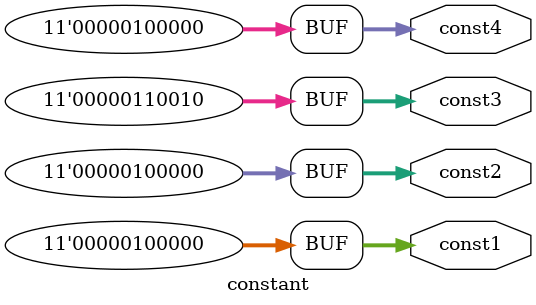
<source format=sv>

module	constant	(	 
			  
				   output	logic	[10:0] const1,
					output	logic	[10:0] const2,
					output	logic	[10:0] const3,
					output	logic	[10:0] const4
);

always_comb
begin
	const1 = 32;
	const2 = 32;
	
	const3 = 50;
	const4 = 32;

end
endmodule



</source>
